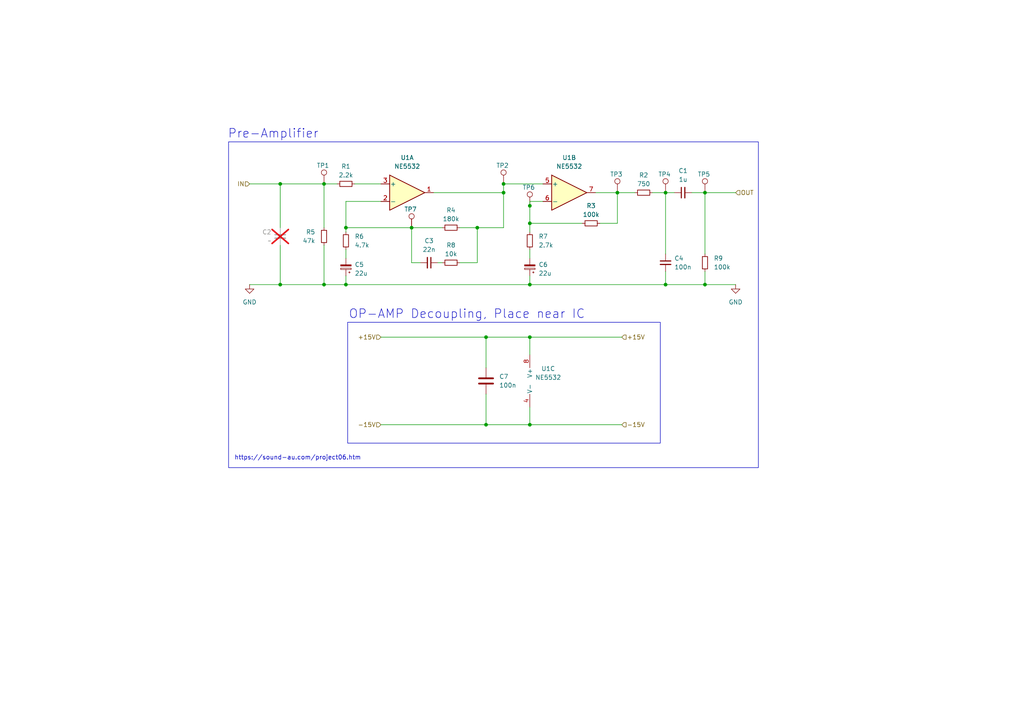
<source format=kicad_sch>
(kicad_sch
	(version 20231120)
	(generator "eeschema")
	(generator_version "8.0")
	(uuid "829f25f5-c8e9-4f4a-8496-188611802ee7")
	(paper "A4")
	(title_block
		(title "RIAA Preamp")
		(rev "v1")
		(comment 1 "Karl Strålman")
	)
	(lib_symbols
		(symbol "Amplifier_Operational:NE5532"
			(pin_names
				(offset 0.127)
			)
			(exclude_from_sim no)
			(in_bom yes)
			(on_board yes)
			(property "Reference" "U"
				(at 0 5.08 0)
				(effects
					(font
						(size 1.27 1.27)
					)
					(justify left)
				)
			)
			(property "Value" "NE5532"
				(at 0 -5.08 0)
				(effects
					(font
						(size 1.27 1.27)
					)
					(justify left)
				)
			)
			(property "Footprint" ""
				(at 0 0 0)
				(effects
					(font
						(size 1.27 1.27)
					)
					(hide yes)
				)
			)
			(property "Datasheet" "http://www.ti.com/lit/ds/symlink/ne5532.pdf"
				(at 0 0 0)
				(effects
					(font
						(size 1.27 1.27)
					)
					(hide yes)
				)
			)
			(property "Description" "Dual Low-Noise Operational Amplifiers, DIP-8/SOIC-8"
				(at 0 0 0)
				(effects
					(font
						(size 1.27 1.27)
					)
					(hide yes)
				)
			)
			(property "ki_locked" ""
				(at 0 0 0)
				(effects
					(font
						(size 1.27 1.27)
					)
				)
			)
			(property "ki_keywords" "dual opamp"
				(at 0 0 0)
				(effects
					(font
						(size 1.27 1.27)
					)
					(hide yes)
				)
			)
			(property "ki_fp_filters" "SOIC*3.9x4.9mm*P1.27mm* DIP*W7.62mm* TO*99* OnSemi*Micro8* TSSOP*3x3mm*P0.65mm* TSSOP*4.4x3mm*P0.65mm* MSOP*3x3mm*P0.65mm* SSOP*3.9x4.9mm*P0.635mm* LFCSP*2x2mm*P0.5mm* *SIP* SOIC*5.3x6.2mm*P1.27mm*"
				(at 0 0 0)
				(effects
					(font
						(size 1.27 1.27)
					)
					(hide yes)
				)
			)
			(symbol "NE5532_1_1"
				(polyline
					(pts
						(xy -5.08 5.08) (xy 5.08 0) (xy -5.08 -5.08) (xy -5.08 5.08)
					)
					(stroke
						(width 0.254)
						(type default)
					)
					(fill
						(type background)
					)
				)
				(pin output line
					(at 7.62 0 180)
					(length 2.54)
					(name "~"
						(effects
							(font
								(size 1.27 1.27)
							)
						)
					)
					(number "1"
						(effects
							(font
								(size 1.27 1.27)
							)
						)
					)
				)
				(pin input line
					(at -7.62 -2.54 0)
					(length 2.54)
					(name "-"
						(effects
							(font
								(size 1.27 1.27)
							)
						)
					)
					(number "2"
						(effects
							(font
								(size 1.27 1.27)
							)
						)
					)
				)
				(pin input line
					(at -7.62 2.54 0)
					(length 2.54)
					(name "+"
						(effects
							(font
								(size 1.27 1.27)
							)
						)
					)
					(number "3"
						(effects
							(font
								(size 1.27 1.27)
							)
						)
					)
				)
			)
			(symbol "NE5532_2_1"
				(polyline
					(pts
						(xy -5.08 5.08) (xy 5.08 0) (xy -5.08 -5.08) (xy -5.08 5.08)
					)
					(stroke
						(width 0.254)
						(type default)
					)
					(fill
						(type background)
					)
				)
				(pin input line
					(at -7.62 2.54 0)
					(length 2.54)
					(name "+"
						(effects
							(font
								(size 1.27 1.27)
							)
						)
					)
					(number "5"
						(effects
							(font
								(size 1.27 1.27)
							)
						)
					)
				)
				(pin input line
					(at -7.62 -2.54 0)
					(length 2.54)
					(name "-"
						(effects
							(font
								(size 1.27 1.27)
							)
						)
					)
					(number "6"
						(effects
							(font
								(size 1.27 1.27)
							)
						)
					)
				)
				(pin output line
					(at 7.62 0 180)
					(length 2.54)
					(name "~"
						(effects
							(font
								(size 1.27 1.27)
							)
						)
					)
					(number "7"
						(effects
							(font
								(size 1.27 1.27)
							)
						)
					)
				)
			)
			(symbol "NE5532_3_1"
				(pin power_in line
					(at -2.54 -7.62 90)
					(length 3.81)
					(name "V-"
						(effects
							(font
								(size 1.27 1.27)
							)
						)
					)
					(number "4"
						(effects
							(font
								(size 1.27 1.27)
							)
						)
					)
				)
				(pin power_in line
					(at -2.54 7.62 270)
					(length 3.81)
					(name "V+"
						(effects
							(font
								(size 1.27 1.27)
							)
						)
					)
					(number "8"
						(effects
							(font
								(size 1.27 1.27)
							)
						)
					)
				)
			)
		)
		(symbol "Connector:TestPoint"
			(pin_numbers hide)
			(pin_names
				(offset 0.762) hide)
			(exclude_from_sim no)
			(in_bom yes)
			(on_board yes)
			(property "Reference" "TP"
				(at 0 6.858 0)
				(effects
					(font
						(size 1.27 1.27)
					)
				)
			)
			(property "Value" "TestPoint"
				(at 0 5.08 0)
				(effects
					(font
						(size 1.27 1.27)
					)
				)
			)
			(property "Footprint" ""
				(at 5.08 0 0)
				(effects
					(font
						(size 1.27 1.27)
					)
					(hide yes)
				)
			)
			(property "Datasheet" "~"
				(at 5.08 0 0)
				(effects
					(font
						(size 1.27 1.27)
					)
					(hide yes)
				)
			)
			(property "Description" "test point"
				(at 0 0 0)
				(effects
					(font
						(size 1.27 1.27)
					)
					(hide yes)
				)
			)
			(property "ki_keywords" "test point tp"
				(at 0 0 0)
				(effects
					(font
						(size 1.27 1.27)
					)
					(hide yes)
				)
			)
			(property "ki_fp_filters" "Pin* Test*"
				(at 0 0 0)
				(effects
					(font
						(size 1.27 1.27)
					)
					(hide yes)
				)
			)
			(symbol "TestPoint_0_1"
				(circle
					(center 0 3.302)
					(radius 0.762)
					(stroke
						(width 0)
						(type default)
					)
					(fill
						(type none)
					)
				)
			)
			(symbol "TestPoint_1_1"
				(pin passive line
					(at 0 0 90)
					(length 2.54)
					(name "1"
						(effects
							(font
								(size 1.27 1.27)
							)
						)
					)
					(number "1"
						(effects
							(font
								(size 1.27 1.27)
							)
						)
					)
				)
			)
		)
		(symbol "Device:C"
			(pin_numbers hide)
			(pin_names
				(offset 0.254)
			)
			(exclude_from_sim no)
			(in_bom yes)
			(on_board yes)
			(property "Reference" "C"
				(at 0.635 2.54 0)
				(effects
					(font
						(size 1.27 1.27)
					)
					(justify left)
				)
			)
			(property "Value" "C"
				(at 0.635 -2.54 0)
				(effects
					(font
						(size 1.27 1.27)
					)
					(justify left)
				)
			)
			(property "Footprint" ""
				(at 0.9652 -3.81 0)
				(effects
					(font
						(size 1.27 1.27)
					)
					(hide yes)
				)
			)
			(property "Datasheet" "~"
				(at 0 0 0)
				(effects
					(font
						(size 1.27 1.27)
					)
					(hide yes)
				)
			)
			(property "Description" "Unpolarized capacitor"
				(at 0 0 0)
				(effects
					(font
						(size 1.27 1.27)
					)
					(hide yes)
				)
			)
			(property "ki_keywords" "cap capacitor"
				(at 0 0 0)
				(effects
					(font
						(size 1.27 1.27)
					)
					(hide yes)
				)
			)
			(property "ki_fp_filters" "C_*"
				(at 0 0 0)
				(effects
					(font
						(size 1.27 1.27)
					)
					(hide yes)
				)
			)
			(symbol "C_0_1"
				(polyline
					(pts
						(xy -2.032 -0.762) (xy 2.032 -0.762)
					)
					(stroke
						(width 0.508)
						(type default)
					)
					(fill
						(type none)
					)
				)
				(polyline
					(pts
						(xy -2.032 0.762) (xy 2.032 0.762)
					)
					(stroke
						(width 0.508)
						(type default)
					)
					(fill
						(type none)
					)
				)
			)
			(symbol "C_1_1"
				(pin passive line
					(at 0 3.81 270)
					(length 2.794)
					(name "~"
						(effects
							(font
								(size 1.27 1.27)
							)
						)
					)
					(number "1"
						(effects
							(font
								(size 1.27 1.27)
							)
						)
					)
				)
				(pin passive line
					(at 0 -3.81 90)
					(length 2.794)
					(name "~"
						(effects
							(font
								(size 1.27 1.27)
							)
						)
					)
					(number "2"
						(effects
							(font
								(size 1.27 1.27)
							)
						)
					)
				)
			)
		)
		(symbol "Device:C_Polarized_Small"
			(pin_numbers hide)
			(pin_names
				(offset 0.254) hide)
			(exclude_from_sim no)
			(in_bom yes)
			(on_board yes)
			(property "Reference" "C"
				(at 0.254 1.778 0)
				(effects
					(font
						(size 1.27 1.27)
					)
					(justify left)
				)
			)
			(property "Value" "C_Polarized_Small"
				(at 0.254 -2.032 0)
				(effects
					(font
						(size 1.27 1.27)
					)
					(justify left)
				)
			)
			(property "Footprint" ""
				(at 0 0 0)
				(effects
					(font
						(size 1.27 1.27)
					)
					(hide yes)
				)
			)
			(property "Datasheet" "~"
				(at 0 0 0)
				(effects
					(font
						(size 1.27 1.27)
					)
					(hide yes)
				)
			)
			(property "Description" "Polarized capacitor, small symbol"
				(at 0 0 0)
				(effects
					(font
						(size 1.27 1.27)
					)
					(hide yes)
				)
			)
			(property "ki_keywords" "cap capacitor"
				(at 0 0 0)
				(effects
					(font
						(size 1.27 1.27)
					)
					(hide yes)
				)
			)
			(property "ki_fp_filters" "CP_*"
				(at 0 0 0)
				(effects
					(font
						(size 1.27 1.27)
					)
					(hide yes)
				)
			)
			(symbol "C_Polarized_Small_0_1"
				(rectangle
					(start -1.524 -0.3048)
					(end 1.524 -0.6858)
					(stroke
						(width 0)
						(type default)
					)
					(fill
						(type outline)
					)
				)
				(rectangle
					(start -1.524 0.6858)
					(end 1.524 0.3048)
					(stroke
						(width 0)
						(type default)
					)
					(fill
						(type none)
					)
				)
				(polyline
					(pts
						(xy -1.27 1.524) (xy -0.762 1.524)
					)
					(stroke
						(width 0)
						(type default)
					)
					(fill
						(type none)
					)
				)
				(polyline
					(pts
						(xy -1.016 1.27) (xy -1.016 1.778)
					)
					(stroke
						(width 0)
						(type default)
					)
					(fill
						(type none)
					)
				)
			)
			(symbol "C_Polarized_Small_1_1"
				(pin passive line
					(at 0 2.54 270)
					(length 1.8542)
					(name "~"
						(effects
							(font
								(size 1.27 1.27)
							)
						)
					)
					(number "1"
						(effects
							(font
								(size 1.27 1.27)
							)
						)
					)
				)
				(pin passive line
					(at 0 -2.54 90)
					(length 1.8542)
					(name "~"
						(effects
							(font
								(size 1.27 1.27)
							)
						)
					)
					(number "2"
						(effects
							(font
								(size 1.27 1.27)
							)
						)
					)
				)
			)
		)
		(symbol "Device:C_Small"
			(pin_numbers hide)
			(pin_names
				(offset 0.254) hide)
			(exclude_from_sim no)
			(in_bom yes)
			(on_board yes)
			(property "Reference" "C"
				(at 0.254 1.778 0)
				(effects
					(font
						(size 1.27 1.27)
					)
					(justify left)
				)
			)
			(property "Value" "C_Small"
				(at 0.254 -2.032 0)
				(effects
					(font
						(size 1.27 1.27)
					)
					(justify left)
				)
			)
			(property "Footprint" ""
				(at 0 0 0)
				(effects
					(font
						(size 1.27 1.27)
					)
					(hide yes)
				)
			)
			(property "Datasheet" "~"
				(at 0 0 0)
				(effects
					(font
						(size 1.27 1.27)
					)
					(hide yes)
				)
			)
			(property "Description" "Unpolarized capacitor, small symbol"
				(at 0 0 0)
				(effects
					(font
						(size 1.27 1.27)
					)
					(hide yes)
				)
			)
			(property "ki_keywords" "capacitor cap"
				(at 0 0 0)
				(effects
					(font
						(size 1.27 1.27)
					)
					(hide yes)
				)
			)
			(property "ki_fp_filters" "C_*"
				(at 0 0 0)
				(effects
					(font
						(size 1.27 1.27)
					)
					(hide yes)
				)
			)
			(symbol "C_Small_0_1"
				(polyline
					(pts
						(xy -1.524 -0.508) (xy 1.524 -0.508)
					)
					(stroke
						(width 0.3302)
						(type default)
					)
					(fill
						(type none)
					)
				)
				(polyline
					(pts
						(xy -1.524 0.508) (xy 1.524 0.508)
					)
					(stroke
						(width 0.3048)
						(type default)
					)
					(fill
						(type none)
					)
				)
			)
			(symbol "C_Small_1_1"
				(pin passive line
					(at 0 2.54 270)
					(length 2.032)
					(name "~"
						(effects
							(font
								(size 1.27 1.27)
							)
						)
					)
					(number "1"
						(effects
							(font
								(size 1.27 1.27)
							)
						)
					)
				)
				(pin passive line
					(at 0 -2.54 90)
					(length 2.032)
					(name "~"
						(effects
							(font
								(size 1.27 1.27)
							)
						)
					)
					(number "2"
						(effects
							(font
								(size 1.27 1.27)
							)
						)
					)
				)
			)
		)
		(symbol "Device:R_Small"
			(pin_numbers hide)
			(pin_names
				(offset 0.254) hide)
			(exclude_from_sim no)
			(in_bom yes)
			(on_board yes)
			(property "Reference" "R"
				(at 0.762 0.508 0)
				(effects
					(font
						(size 1.27 1.27)
					)
					(justify left)
				)
			)
			(property "Value" "R_Small"
				(at 0.762 -1.016 0)
				(effects
					(font
						(size 1.27 1.27)
					)
					(justify left)
				)
			)
			(property "Footprint" ""
				(at 0 0 0)
				(effects
					(font
						(size 1.27 1.27)
					)
					(hide yes)
				)
			)
			(property "Datasheet" "~"
				(at 0 0 0)
				(effects
					(font
						(size 1.27 1.27)
					)
					(hide yes)
				)
			)
			(property "Description" "Resistor, small symbol"
				(at 0 0 0)
				(effects
					(font
						(size 1.27 1.27)
					)
					(hide yes)
				)
			)
			(property "ki_keywords" "R resistor"
				(at 0 0 0)
				(effects
					(font
						(size 1.27 1.27)
					)
					(hide yes)
				)
			)
			(property "ki_fp_filters" "R_*"
				(at 0 0 0)
				(effects
					(font
						(size 1.27 1.27)
					)
					(hide yes)
				)
			)
			(symbol "R_Small_0_1"
				(rectangle
					(start -0.762 1.778)
					(end 0.762 -1.778)
					(stroke
						(width 0.2032)
						(type default)
					)
					(fill
						(type none)
					)
				)
			)
			(symbol "R_Small_1_1"
				(pin passive line
					(at 0 2.54 270)
					(length 0.762)
					(name "~"
						(effects
							(font
								(size 1.27 1.27)
							)
						)
					)
					(number "1"
						(effects
							(font
								(size 1.27 1.27)
							)
						)
					)
				)
				(pin passive line
					(at 0 -2.54 90)
					(length 0.762)
					(name "~"
						(effects
							(font
								(size 1.27 1.27)
							)
						)
					)
					(number "2"
						(effects
							(font
								(size 1.27 1.27)
							)
						)
					)
				)
			)
		)
		(symbol "power:GND"
			(power)
			(pin_numbers hide)
			(pin_names
				(offset 0) hide)
			(exclude_from_sim no)
			(in_bom yes)
			(on_board yes)
			(property "Reference" "#PWR"
				(at 0 -6.35 0)
				(effects
					(font
						(size 1.27 1.27)
					)
					(hide yes)
				)
			)
			(property "Value" "GND"
				(at 0 -3.81 0)
				(effects
					(font
						(size 1.27 1.27)
					)
				)
			)
			(property "Footprint" ""
				(at 0 0 0)
				(effects
					(font
						(size 1.27 1.27)
					)
					(hide yes)
				)
			)
			(property "Datasheet" ""
				(at 0 0 0)
				(effects
					(font
						(size 1.27 1.27)
					)
					(hide yes)
				)
			)
			(property "Description" "Power symbol creates a global label with name \"GND\" , ground"
				(at 0 0 0)
				(effects
					(font
						(size 1.27 1.27)
					)
					(hide yes)
				)
			)
			(property "ki_keywords" "global power"
				(at 0 0 0)
				(effects
					(font
						(size 1.27 1.27)
					)
					(hide yes)
				)
			)
			(symbol "GND_0_1"
				(polyline
					(pts
						(xy 0 0) (xy 0 -1.27) (xy 1.27 -1.27) (xy 0 -2.54) (xy -1.27 -1.27) (xy 0 -1.27)
					)
					(stroke
						(width 0)
						(type default)
					)
					(fill
						(type none)
					)
				)
			)
			(symbol "GND_1_1"
				(pin power_in line
					(at 0 0 270)
					(length 0)
					(name "~"
						(effects
							(font
								(size 1.27 1.27)
							)
						)
					)
					(number "1"
						(effects
							(font
								(size 1.27 1.27)
							)
						)
					)
				)
			)
		)
	)
	(junction
		(at 193.04 82.55)
		(diameter 0)
		(color 0 0 0 0)
		(uuid "00371522-fbd1-4191-b2cc-c59c0e03b412")
	)
	(junction
		(at 146.05 53.34)
		(diameter 0)
		(color 0 0 0 0)
		(uuid "06eafbef-c786-4a8a-85bf-f6c4e6a07ec4")
	)
	(junction
		(at 179.07 55.88)
		(diameter 0)
		(color 0 0 0 0)
		(uuid "0c163158-c495-4999-b838-13637e5c9673")
	)
	(junction
		(at 119.38 66.04)
		(diameter 0)
		(color 0 0 0 0)
		(uuid "1d5e58d4-7fc4-494b-a729-8e19e3d88bf2")
	)
	(junction
		(at 193.04 55.88)
		(diameter 0)
		(color 0 0 0 0)
		(uuid "20a22b88-41b4-4d99-a09a-49ec6076243d")
	)
	(junction
		(at 93.98 82.55)
		(diameter 0)
		(color 0 0 0 0)
		(uuid "225bafb4-816e-4308-8403-c10ffff4a4ec")
	)
	(junction
		(at 138.43 66.04)
		(diameter 0)
		(color 0 0 0 0)
		(uuid "2bc51cc2-e2fd-4aed-8c8a-88b74aac7f89")
	)
	(junction
		(at 153.67 59.69)
		(diameter 0)
		(color 0 0 0 0)
		(uuid "4427a4cf-3193-44db-81e0-6baafa8830a4")
	)
	(junction
		(at 204.47 82.55)
		(diameter 0)
		(color 0 0 0 0)
		(uuid "48b634cc-74bb-40c0-9064-7a786e47c87b")
	)
	(junction
		(at 153.67 123.19)
		(diameter 0)
		(color 0 0 0 0)
		(uuid "590a44eb-a972-4c12-9c61-18042dc077bb")
	)
	(junction
		(at 100.33 82.55)
		(diameter 0)
		(color 0 0 0 0)
		(uuid "6311f830-d730-41fb-a834-3873af7ea5ce")
	)
	(junction
		(at 146.05 55.88)
		(diameter 0)
		(color 0 0 0 0)
		(uuid "74c77866-63dd-4450-83c3-d0b230dbcbfc")
	)
	(junction
		(at 100.33 66.04)
		(diameter 0)
		(color 0 0 0 0)
		(uuid "78d2abe3-258e-442a-be83-b0babe8d26e2")
	)
	(junction
		(at 81.28 53.34)
		(diameter 0)
		(color 0 0 0 0)
		(uuid "83b172fa-bd48-4895-95d0-49c61b14e28c")
	)
	(junction
		(at 153.67 64.77)
		(diameter 0)
		(color 0 0 0 0)
		(uuid "942a01a1-9786-4b0d-a11e-2afad45f35de")
	)
	(junction
		(at 153.67 97.79)
		(diameter 0)
		(color 0 0 0 0)
		(uuid "ae5a06a1-4d43-46b9-b1d4-b3683e1075d5")
	)
	(junction
		(at 93.98 53.34)
		(diameter 0)
		(color 0 0 0 0)
		(uuid "af9fb273-2db9-4dd8-898a-e6c08023b7e5")
	)
	(junction
		(at 204.47 55.88)
		(diameter 0)
		(color 0 0 0 0)
		(uuid "c1d62724-cac1-4a2a-9b4c-5d69d5340fe7")
	)
	(junction
		(at 153.67 82.55)
		(diameter 0)
		(color 0 0 0 0)
		(uuid "cfd33ea4-4dfe-44d2-9671-217811eba8d1")
	)
	(junction
		(at 140.97 97.79)
		(diameter 0)
		(color 0 0 0 0)
		(uuid "cff1bc90-3445-4904-a082-3e3a51309d1d")
	)
	(junction
		(at 140.97 123.19)
		(diameter 0)
		(color 0 0 0 0)
		(uuid "df6b2992-b90b-4ecc-b382-293afbee8405")
	)
	(junction
		(at 81.28 82.55)
		(diameter 0)
		(color 0 0 0 0)
		(uuid "f58a2eda-a7f5-4509-a1ab-edc5d455634f")
	)
	(wire
		(pts
			(xy 189.23 55.88) (xy 193.04 55.88)
		)
		(stroke
			(width 0)
			(type default)
		)
		(uuid "04e66e9f-ae00-4ccf-839f-552d53ee1e58")
	)
	(wire
		(pts
			(xy 133.35 66.04) (xy 138.43 66.04)
		)
		(stroke
			(width 0)
			(type default)
		)
		(uuid "06b9f773-f4dd-4b3b-b53b-70d7284094ed")
	)
	(wire
		(pts
			(xy 204.47 55.88) (xy 213.36 55.88)
		)
		(stroke
			(width 0)
			(type default)
		)
		(uuid "07403078-d0ca-479f-b2e2-2f88e7d79fdd")
	)
	(wire
		(pts
			(xy 102.87 53.34) (xy 110.49 53.34)
		)
		(stroke
			(width 0)
			(type default)
		)
		(uuid "0d1bed94-a45c-49b3-8319-26ef7c91ac78")
	)
	(wire
		(pts
			(xy 140.97 106.68) (xy 140.97 97.79)
		)
		(stroke
			(width 0)
			(type default)
		)
		(uuid "0ec89398-d128-4ebc-bef1-7d88c243747b")
	)
	(wire
		(pts
			(xy 153.67 82.55) (xy 193.04 82.55)
		)
		(stroke
			(width 0)
			(type default)
		)
		(uuid "141ca5f6-bc52-4bb4-8b56-1a9c469fcd50")
	)
	(wire
		(pts
			(xy 157.48 53.34) (xy 146.05 53.34)
		)
		(stroke
			(width 0)
			(type default)
		)
		(uuid "17c297cd-5cd1-4c5c-85aa-588f134a9388")
	)
	(wire
		(pts
			(xy 153.67 123.19) (xy 180.34 123.19)
		)
		(stroke
			(width 0)
			(type default)
		)
		(uuid "30be9285-4324-48db-a504-0da98d5f9860")
	)
	(wire
		(pts
			(xy 81.28 71.12) (xy 81.28 82.55)
		)
		(stroke
			(width 0)
			(type default)
		)
		(uuid "35135173-caf9-4097-98d9-ac378ca57a42")
	)
	(wire
		(pts
			(xy 133.35 76.2) (xy 138.43 76.2)
		)
		(stroke
			(width 0)
			(type default)
		)
		(uuid "3e36efb2-9ea3-48a4-8869-e5346dc74138")
	)
	(wire
		(pts
			(xy 153.67 64.77) (xy 153.67 67.31)
		)
		(stroke
			(width 0)
			(type default)
		)
		(uuid "3efb9ccc-805d-425b-b75e-5ee52b27b594")
	)
	(wire
		(pts
			(xy 153.67 80.01) (xy 153.67 82.55)
		)
		(stroke
			(width 0)
			(type default)
		)
		(uuid "3faee88a-12cc-4302-9100-f65239de8c29")
	)
	(wire
		(pts
			(xy 140.97 123.19) (xy 140.97 114.3)
		)
		(stroke
			(width 0)
			(type default)
		)
		(uuid "41192584-3af2-4283-8c5c-2323f9c63d60")
	)
	(wire
		(pts
			(xy 100.33 66.04) (xy 100.33 67.31)
		)
		(stroke
			(width 0)
			(type default)
		)
		(uuid "431c830c-1ef2-4884-91c2-d4cb133c6ba8")
	)
	(wire
		(pts
			(xy 97.79 53.34) (xy 93.98 53.34)
		)
		(stroke
			(width 0)
			(type default)
		)
		(uuid "461d74c8-a89c-487e-9ae7-5cea64844854")
	)
	(wire
		(pts
			(xy 100.33 72.39) (xy 100.33 74.93)
		)
		(stroke
			(width 0)
			(type default)
		)
		(uuid "47d2a8aa-0515-40a0-bfe8-1ba350f885b3")
	)
	(wire
		(pts
			(xy 193.04 82.55) (xy 204.47 82.55)
		)
		(stroke
			(width 0)
			(type default)
		)
		(uuid "492a5dc2-0dd9-473d-85a4-6b5c70e39bc6")
	)
	(wire
		(pts
			(xy 200.66 55.88) (xy 204.47 55.88)
		)
		(stroke
			(width 0)
			(type default)
		)
		(uuid "5421c0d4-fa18-4818-bd4c-bf9f95d8e147")
	)
	(wire
		(pts
			(xy 93.98 71.12) (xy 93.98 82.55)
		)
		(stroke
			(width 0)
			(type default)
		)
		(uuid "588547b8-a599-4dcc-83a2-a54166e9cb76")
	)
	(wire
		(pts
			(xy 72.39 82.55) (xy 81.28 82.55)
		)
		(stroke
			(width 0)
			(type default)
		)
		(uuid "5d9f3824-4431-43ee-9a3c-2d22c6d6f7bb")
	)
	(wire
		(pts
			(xy 153.67 97.79) (xy 153.67 102.87)
		)
		(stroke
			(width 0)
			(type default)
		)
		(uuid "5da53716-1621-4f86-b20f-9a5a53f59101")
	)
	(wire
		(pts
			(xy 110.49 58.42) (xy 100.33 58.42)
		)
		(stroke
			(width 0)
			(type default)
		)
		(uuid "5dbaaf60-c8c1-4d78-b36c-9dd7825d4f5c")
	)
	(wire
		(pts
			(xy 127 76.2) (xy 128.27 76.2)
		)
		(stroke
			(width 0)
			(type default)
		)
		(uuid "5e3f3d91-fa90-4a1f-82da-2429725399e2")
	)
	(wire
		(pts
			(xy 204.47 82.55) (xy 213.36 82.55)
		)
		(stroke
			(width 0)
			(type default)
		)
		(uuid "5f357f2d-7dc7-4ab5-aac9-4a732caca754")
	)
	(wire
		(pts
			(xy 100.33 82.55) (xy 153.67 82.55)
		)
		(stroke
			(width 0)
			(type default)
		)
		(uuid "61f0fc9f-09b5-472b-888c-d9b2995008e8")
	)
	(wire
		(pts
			(xy 172.72 55.88) (xy 179.07 55.88)
		)
		(stroke
			(width 0)
			(type default)
		)
		(uuid "62c4d71f-14ed-4376-b674-7eb0a515661d")
	)
	(wire
		(pts
			(xy 138.43 66.04) (xy 138.43 76.2)
		)
		(stroke
			(width 0)
			(type default)
		)
		(uuid "6633d244-ffad-4a1e-9bc0-0ecc809a2e5b")
	)
	(wire
		(pts
			(xy 157.48 58.42) (xy 153.67 58.42)
		)
		(stroke
			(width 0)
			(type default)
		)
		(uuid "67c1fdea-d208-42a5-9626-3e5210ba724f")
	)
	(wire
		(pts
			(xy 81.28 53.34) (xy 93.98 53.34)
		)
		(stroke
			(width 0)
			(type default)
		)
		(uuid "70bb1529-5467-4bf8-a793-8c57ba9b4b0a")
	)
	(wire
		(pts
			(xy 153.67 123.19) (xy 140.97 123.19)
		)
		(stroke
			(width 0)
			(type default)
		)
		(uuid "7bcced6b-a1b7-4bdf-9c5a-21b8b6b724e1")
	)
	(wire
		(pts
			(xy 110.49 97.79) (xy 140.97 97.79)
		)
		(stroke
			(width 0)
			(type default)
		)
		(uuid "813554b9-5559-42a5-b5cf-30d983b2d621")
	)
	(wire
		(pts
			(xy 195.58 55.88) (xy 193.04 55.88)
		)
		(stroke
			(width 0)
			(type default)
		)
		(uuid "83955dd8-72c4-4320-a56c-ce13726dbd54")
	)
	(wire
		(pts
			(xy 119.38 66.04) (xy 119.38 76.2)
		)
		(stroke
			(width 0)
			(type default)
		)
		(uuid "8b778b28-25d8-4027-a6c8-a5dd2cfe24ff")
	)
	(wire
		(pts
			(xy 204.47 73.66) (xy 204.47 55.88)
		)
		(stroke
			(width 0)
			(type default)
		)
		(uuid "90063d0e-15bb-4fe8-a15e-84cc0d2f75ef")
	)
	(wire
		(pts
			(xy 153.67 97.79) (xy 180.34 97.79)
		)
		(stroke
			(width 0)
			(type default)
		)
		(uuid "910ef00e-0532-4d13-bfe1-7a5e000f2434")
	)
	(wire
		(pts
			(xy 153.67 118.11) (xy 153.67 123.19)
		)
		(stroke
			(width 0)
			(type default)
		)
		(uuid "93a39f7c-3315-4afd-97ee-65f4120f96e4")
	)
	(wire
		(pts
			(xy 173.99 64.77) (xy 179.07 64.77)
		)
		(stroke
			(width 0)
			(type default)
		)
		(uuid "98fe2646-bbba-4952-a93e-50c9f3a02f79")
	)
	(wire
		(pts
			(xy 100.33 80.01) (xy 100.33 82.55)
		)
		(stroke
			(width 0)
			(type default)
		)
		(uuid "9f28ff13-ba05-4bf7-8ca9-97dc3171e73e")
	)
	(wire
		(pts
			(xy 119.38 76.2) (xy 121.92 76.2)
		)
		(stroke
			(width 0)
			(type default)
		)
		(uuid "aabf8106-2405-4eee-892d-9e893e61c669")
	)
	(wire
		(pts
			(xy 138.43 66.04) (xy 146.05 66.04)
		)
		(stroke
			(width 0)
			(type default)
		)
		(uuid "b078d25e-1b20-4c33-871c-bb78f9e2a22c")
	)
	(wire
		(pts
			(xy 100.33 66.04) (xy 119.38 66.04)
		)
		(stroke
			(width 0)
			(type default)
		)
		(uuid "b14a3a06-b2c4-4237-9ddc-3f85669d14bc")
	)
	(wire
		(pts
			(xy 81.28 82.55) (xy 93.98 82.55)
		)
		(stroke
			(width 0)
			(type default)
		)
		(uuid "b486ed50-59dd-45c1-8800-82dcdbd079a7")
	)
	(wire
		(pts
			(xy 204.47 78.74) (xy 204.47 82.55)
		)
		(stroke
			(width 0)
			(type default)
		)
		(uuid "bcfc3bd4-7fa1-416e-916f-22aadfdfa565")
	)
	(wire
		(pts
			(xy 125.73 55.88) (xy 146.05 55.88)
		)
		(stroke
			(width 0)
			(type default)
		)
		(uuid "bd8a6334-184b-495d-a3c2-e4f3adc99b0a")
	)
	(wire
		(pts
			(xy 72.39 53.34) (xy 81.28 53.34)
		)
		(stroke
			(width 0)
			(type default)
		)
		(uuid "c057e161-28a0-4c6c-8da4-01f6934871b0")
	)
	(wire
		(pts
			(xy 110.49 123.19) (xy 140.97 123.19)
		)
		(stroke
			(width 0)
			(type default)
		)
		(uuid "c79f51d4-c4ae-48d2-9c6c-45c5d23a455e")
	)
	(wire
		(pts
			(xy 179.07 55.88) (xy 179.07 64.77)
		)
		(stroke
			(width 0)
			(type default)
		)
		(uuid "c7bb0fa9-4a72-4309-8f48-d5010db02a66")
	)
	(wire
		(pts
			(xy 119.38 66.04) (xy 128.27 66.04)
		)
		(stroke
			(width 0)
			(type default)
		)
		(uuid "c80b0d6a-cf2a-451d-baea-6d2a16bc59fa")
	)
	(wire
		(pts
			(xy 93.98 53.34) (xy 93.98 66.04)
		)
		(stroke
			(width 0)
			(type default)
		)
		(uuid "c9533d48-e3f0-473f-b14e-2d1aea4074f3")
	)
	(wire
		(pts
			(xy 179.07 55.88) (xy 184.15 55.88)
		)
		(stroke
			(width 0)
			(type default)
		)
		(uuid "ceceb223-26a1-4fa3-adcd-962fde189a57")
	)
	(wire
		(pts
			(xy 153.67 58.42) (xy 153.67 59.69)
		)
		(stroke
			(width 0)
			(type default)
		)
		(uuid "d07d8da7-d8df-4aae-a909-7d90e630608d")
	)
	(wire
		(pts
			(xy 153.67 59.69) (xy 153.67 64.77)
		)
		(stroke
			(width 0)
			(type default)
		)
		(uuid "d88712d5-7d18-46d3-9e7c-e8dd22394f80")
	)
	(wire
		(pts
			(xy 93.98 82.55) (xy 100.33 82.55)
		)
		(stroke
			(width 0)
			(type default)
		)
		(uuid "dc495879-94d2-4e66-9815-a0d290f53f0b")
	)
	(wire
		(pts
			(xy 193.04 78.74) (xy 193.04 82.55)
		)
		(stroke
			(width 0)
			(type default)
		)
		(uuid "e03f17ae-1bb8-4fe8-b2c5-7a37f0205d77")
	)
	(wire
		(pts
			(xy 193.04 55.88) (xy 193.04 73.66)
		)
		(stroke
			(width 0)
			(type default)
		)
		(uuid "e0c07a00-ac63-40c2-ad98-5fcc70f0c55a")
	)
	(wire
		(pts
			(xy 146.05 53.34) (xy 146.05 55.88)
		)
		(stroke
			(width 0)
			(type default)
		)
		(uuid "e10aff61-ad3e-40d9-b575-d0dc52b73abf")
	)
	(wire
		(pts
			(xy 153.67 72.39) (xy 153.67 74.93)
		)
		(stroke
			(width 0)
			(type default)
		)
		(uuid "e20c0d83-8b47-494a-9a4d-d8c1909ea67c")
	)
	(wire
		(pts
			(xy 146.05 55.88) (xy 146.05 66.04)
		)
		(stroke
			(width 0)
			(type default)
		)
		(uuid "e27cc020-612c-47c9-bc11-b01173236c14")
	)
	(wire
		(pts
			(xy 140.97 97.79) (xy 153.67 97.79)
		)
		(stroke
			(width 0)
			(type default)
		)
		(uuid "e2aeb881-d6ee-48c1-b0d1-7ebfcdd4f725")
	)
	(wire
		(pts
			(xy 153.67 64.77) (xy 168.91 64.77)
		)
		(stroke
			(width 0)
			(type default)
		)
		(uuid "e91d11c0-db92-46cc-852d-c89f292e43f7")
	)
	(wire
		(pts
			(xy 81.28 53.34) (xy 81.28 66.04)
		)
		(stroke
			(width 0)
			(type default)
		)
		(uuid "e9ea0a73-72ce-4df3-99ed-0a128ce240de")
	)
	(wire
		(pts
			(xy 100.33 58.42) (xy 100.33 66.04)
		)
		(stroke
			(width 0)
			(type default)
		)
		(uuid "f8b7e790-4b79-4782-a8b3-dea8833130d3")
	)
	(rectangle
		(start 100.838 93.472)
		(end 191.516 128.524)
		(stroke
			(width 0)
			(type default)
		)
		(fill
			(type none)
		)
		(uuid 8cc7cb3d-ac22-4e8b-bbbc-70c8e58e2f8f)
	)
	(rectangle
		(start 66.294 41.148)
		(end 219.964 135.636)
		(stroke
			(width 0)
			(type default)
		)
		(fill
			(type none)
		)
		(uuid aefe781e-084f-4d1e-9bd2-6a51b92a4a02)
	)
	(text "Pre-Amplifier"
		(exclude_from_sim no)
		(at 66.04 38.862 0)
		(effects
			(font
				(size 2.54 2.54)
			)
			(justify left)
		)
		(uuid "181cb562-2cf5-4d28-ada9-659930c2141c")
	)
	(text "https://sound-au.com/project06.htm"
		(exclude_from_sim no)
		(at 86.36 132.842 0)
		(effects
			(font
				(size 1.27 1.27)
			)
		)
		(uuid "2bc8e423-7ff2-4d8a-82cf-243700f1ec3f")
	)
	(text "OP-AMP Decoupling, Place near IC"
		(exclude_from_sim no)
		(at 101.092 91.186 0)
		(effects
			(font
				(size 2.54 2.54)
			)
			(justify left)
		)
		(uuid "8cfaef54-5622-49a4-90d4-dcf2ddb4cbb0")
	)
	(hierarchical_label "+15V"
		(shape input)
		(at 110.49 97.79 180)
		(fields_autoplaced yes)
		(effects
			(font
				(size 1.27 1.27)
			)
			(justify right)
		)
		(uuid "302468f4-ec76-4bb6-b498-8db0b2926e39")
	)
	(hierarchical_label "-15V"
		(shape input)
		(at 110.49 123.19 180)
		(fields_autoplaced yes)
		(effects
			(font
				(size 1.27 1.27)
			)
			(justify right)
		)
		(uuid "7826da03-2739-4394-a4be-2237ef9158a4")
	)
	(hierarchical_label "-15V"
		(shape input)
		(at 180.34 123.19 0)
		(fields_autoplaced yes)
		(effects
			(font
				(size 1.27 1.27)
			)
			(justify left)
		)
		(uuid "a24762fd-ec1c-46c8-bd79-5e5e3dda12df")
	)
	(hierarchical_label "+15V"
		(shape input)
		(at 180.34 97.79 0)
		(fields_autoplaced yes)
		(effects
			(font
				(size 1.27 1.27)
			)
			(justify left)
		)
		(uuid "ac16000b-780b-4b4e-b476-6cc55b4bf63c")
	)
	(hierarchical_label "IN"
		(shape input)
		(at 72.39 53.34 180)
		(fields_autoplaced yes)
		(effects
			(font
				(size 1.27 1.27)
			)
			(justify right)
		)
		(uuid "c7d32357-d0b5-4ef4-b81b-281e38fc0833")
	)
	(hierarchical_label "OUT"
		(shape input)
		(at 213.36 55.88 0)
		(fields_autoplaced yes)
		(effects
			(font
				(size 1.27 1.27)
			)
			(justify left)
		)
		(uuid "f13b518e-e825-4d72-a24d-8ff9fc3fbdcf")
	)
	(symbol
		(lib_id "Device:R_Small")
		(at 153.67 69.85 180)
		(unit 1)
		(exclude_from_sim no)
		(in_bom yes)
		(on_board yes)
		(dnp no)
		(uuid "0fb880c3-aa71-4088-9719-86cd334b95bc")
		(property "Reference" "R7"
			(at 156.21 68.5799 0)
			(effects
				(font
					(size 1.27 1.27)
				)
				(justify right)
			)
		)
		(property "Value" "2.7k"
			(at 156.21 71.1199 0)
			(effects
				(font
					(size 1.27 1.27)
				)
				(justify right)
			)
		)
		(property "Footprint" "Resistor_SMD:R_0603_1608Metric_Pad0.98x0.95mm_HandSolder"
			(at 153.67 69.85 0)
			(effects
				(font
					(size 1.27 1.27)
				)
				(hide yes)
			)
		)
		(property "Datasheet" "~"
			(at 153.67 69.85 0)
			(effects
				(font
					(size 1.27 1.27)
				)
				(hide yes)
			)
		)
		(property "Description" "Resistor, small symbol"
			(at 153.67 69.85 0)
			(effects
				(font
					(size 1.27 1.27)
				)
				(hide yes)
			)
		)
		(pin "2"
			(uuid "3271e55e-2ca3-4019-8c4d-2de0add74e5e")
		)
		(pin "1"
			(uuid "3025566b-9f06-4d1a-b459-c1c57e8778c4")
		)
		(instances
			(project "riaa_preamp"
				(path "/752fb79e-9761-444d-aeb7-c2757f987636/1c090f92-e888-4b23-b443-29b5cb4bc8b9"
					(reference "R7")
					(unit 1)
				)
				(path "/752fb79e-9761-444d-aeb7-c2757f987636/9dd0b524-ce54-4d69-b30b-dfce42b2dd6b"
					(reference "R16")
					(unit 1)
				)
			)
		)
	)
	(symbol
		(lib_id "Device:R_Small")
		(at 100.33 53.34 90)
		(unit 1)
		(exclude_from_sim no)
		(in_bom yes)
		(on_board yes)
		(dnp no)
		(fields_autoplaced yes)
		(uuid "207dc744-080f-4cac-b568-cf7cb46a42e2")
		(property "Reference" "R1"
			(at 100.33 48.26 90)
			(effects
				(font
					(size 1.27 1.27)
				)
			)
		)
		(property "Value" "2.2k"
			(at 100.33 50.8 90)
			(effects
				(font
					(size 1.27 1.27)
				)
			)
		)
		(property "Footprint" "Resistor_SMD:R_0603_1608Metric_Pad0.98x0.95mm_HandSolder"
			(at 100.33 53.34 0)
			(effects
				(font
					(size 1.27 1.27)
				)
				(hide yes)
			)
		)
		(property "Datasheet" "~"
			(at 100.33 53.34 0)
			(effects
				(font
					(size 1.27 1.27)
				)
				(hide yes)
			)
		)
		(property "Description" "Resistor, small symbol"
			(at 100.33 53.34 0)
			(effects
				(font
					(size 1.27 1.27)
				)
				(hide yes)
			)
		)
		(pin "2"
			(uuid "c26e8eae-d205-4b1b-833d-606334372c8a")
		)
		(pin "1"
			(uuid "8772524d-6fc7-428b-90e4-0bf7e57a22d1")
		)
		(instances
			(project "riaa_preamp"
				(path "/752fb79e-9761-444d-aeb7-c2757f987636/1c090f92-e888-4b23-b443-29b5cb4bc8b9"
					(reference "R1")
					(unit 1)
				)
				(path "/752fb79e-9761-444d-aeb7-c2757f987636/9dd0b524-ce54-4d69-b30b-dfce42b2dd6b"
					(reference "R10")
					(unit 1)
				)
			)
		)
	)
	(symbol
		(lib_id "Device:R_Small")
		(at 130.81 76.2 90)
		(unit 1)
		(exclude_from_sim no)
		(in_bom yes)
		(on_board yes)
		(dnp no)
		(uuid "20acdf27-014f-43da-ab08-4bf3c5390c09")
		(property "Reference" "R8"
			(at 130.81 71.12 90)
			(effects
				(font
					(size 1.27 1.27)
				)
			)
		)
		(property "Value" "10k"
			(at 130.81 73.66 90)
			(effects
				(font
					(size 1.27 1.27)
				)
			)
		)
		(property "Footprint" "Resistor_SMD:R_0603_1608Metric_Pad0.98x0.95mm_HandSolder"
			(at 130.81 76.2 0)
			(effects
				(font
					(size 1.27 1.27)
				)
				(hide yes)
			)
		)
		(property "Datasheet" "~"
			(at 130.81 76.2 0)
			(effects
				(font
					(size 1.27 1.27)
				)
				(hide yes)
			)
		)
		(property "Description" "Resistor, small symbol"
			(at 130.81 76.2 0)
			(effects
				(font
					(size 1.27 1.27)
				)
				(hide yes)
			)
		)
		(pin "2"
			(uuid "0daf19b4-d76f-4254-816c-bd8ca0cb5597")
		)
		(pin "1"
			(uuid "defd2861-8856-4f13-87b6-84db85dd3c2c")
		)
		(instances
			(project "riaa_preamp"
				(path "/752fb79e-9761-444d-aeb7-c2757f987636/1c090f92-e888-4b23-b443-29b5cb4bc8b9"
					(reference "R8")
					(unit 1)
				)
				(path "/752fb79e-9761-444d-aeb7-c2757f987636/9dd0b524-ce54-4d69-b30b-dfce42b2dd6b"
					(reference "R17")
					(unit 1)
				)
			)
		)
	)
	(symbol
		(lib_id "Device:C_Small")
		(at 81.28 68.58 0)
		(unit 1)
		(exclude_from_sim no)
		(in_bom yes)
		(on_board yes)
		(dnp yes)
		(uuid "25f1de97-3324-4165-b0ef-cc6aa2427351")
		(property "Reference" "C2"
			(at 78.74 67.3162 0)
			(effects
				(font
					(size 1.27 1.27)
				)
				(justify right)
			)
		)
		(property "Value" "~"
			(at 78.74 69.8562 0)
			(effects
				(font
					(size 1.27 1.27)
				)
				(justify right)
			)
		)
		(property "Footprint" "Capacitor_SMD:C_0603_1608Metric_Pad1.08x0.95mm_HandSolder"
			(at 81.28 68.58 0)
			(effects
				(font
					(size 1.27 1.27)
				)
				(hide yes)
			)
		)
		(property "Datasheet" "~"
			(at 81.28 68.58 0)
			(effects
				(font
					(size 1.27 1.27)
				)
				(hide yes)
			)
		)
		(property "Description" "Unpolarized capacitor, small symbol"
			(at 81.28 68.58 0)
			(effects
				(font
					(size 1.27 1.27)
				)
				(hide yes)
			)
		)
		(pin "2"
			(uuid "32831abc-07ae-4cfd-bafb-e3707837a47c")
		)
		(pin "1"
			(uuid "a6cd3392-3ba4-452a-ab5b-19a3f6d8ff27")
		)
		(instances
			(project "riaa_preamp"
				(path "/752fb79e-9761-444d-aeb7-c2757f987636/1c090f92-e888-4b23-b443-29b5cb4bc8b9"
					(reference "C2")
					(unit 1)
				)
				(path "/752fb79e-9761-444d-aeb7-c2757f987636/9dd0b524-ce54-4d69-b30b-dfce42b2dd6b"
					(reference "C9")
					(unit 1)
				)
			)
		)
	)
	(symbol
		(lib_id "Connector:TestPoint")
		(at 179.07 55.88 0)
		(mirror y)
		(unit 1)
		(exclude_from_sim no)
		(in_bom yes)
		(on_board yes)
		(dnp no)
		(uuid "27320ef3-64b5-408a-b5e2-22cc02252d75")
		(property "Reference" "TP3"
			(at 180.594 50.546 0)
			(effects
				(font
					(size 1.27 1.27)
				)
				(justify left)
			)
		)
		(property "Value" "TestPoint"
			(at 176.53 53.8479 0)
			(effects
				(font
					(size 1.27 1.27)
				)
				(justify left)
				(hide yes)
			)
		)
		(property "Footprint" "TestPoint:TestPoint_THTPad_1.0x1.0mm_Drill0.5mm"
			(at 173.99 55.88 0)
			(effects
				(font
					(size 1.27 1.27)
				)
				(hide yes)
			)
		)
		(property "Datasheet" "~"
			(at 173.99 55.88 0)
			(effects
				(font
					(size 1.27 1.27)
				)
				(hide yes)
			)
		)
		(property "Description" "test point"
			(at 179.07 55.88 0)
			(effects
				(font
					(size 1.27 1.27)
				)
				(hide yes)
			)
		)
		(pin "1"
			(uuid "7414e4f6-1f52-4f30-a295-1d06979744ab")
		)
		(instances
			(project "riaa_preamp"
				(path "/752fb79e-9761-444d-aeb7-c2757f987636/1c090f92-e888-4b23-b443-29b5cb4bc8b9"
					(reference "TP3")
					(unit 1)
				)
				(path "/752fb79e-9761-444d-aeb7-c2757f987636/9dd0b524-ce54-4d69-b30b-dfce42b2dd6b"
					(reference "TP10")
					(unit 1)
				)
			)
		)
	)
	(symbol
		(lib_id "Connector:TestPoint")
		(at 193.04 55.88 0)
		(mirror y)
		(unit 1)
		(exclude_from_sim no)
		(in_bom yes)
		(on_board yes)
		(dnp no)
		(uuid "2ef802bd-7909-4e5d-9c42-9c507a14a108")
		(property "Reference" "TP4"
			(at 194.564 50.546 0)
			(effects
				(font
					(size 1.27 1.27)
				)
				(justify left)
			)
		)
		(property "Value" "TestPoint"
			(at 190.5 53.8479 0)
			(effects
				(font
					(size 1.27 1.27)
				)
				(justify left)
				(hide yes)
			)
		)
		(property "Footprint" "TestPoint:TestPoint_THTPad_1.0x1.0mm_Drill0.5mm"
			(at 187.96 55.88 0)
			(effects
				(font
					(size 1.27 1.27)
				)
				(hide yes)
			)
		)
		(property "Datasheet" "~"
			(at 187.96 55.88 0)
			(effects
				(font
					(size 1.27 1.27)
				)
				(hide yes)
			)
		)
		(property "Description" "test point"
			(at 193.04 55.88 0)
			(effects
				(font
					(size 1.27 1.27)
				)
				(hide yes)
			)
		)
		(pin "1"
			(uuid "1efd5ccd-e0de-4861-8d6e-f32152868fea")
		)
		(instances
			(project "riaa_preamp"
				(path "/752fb79e-9761-444d-aeb7-c2757f987636/1c090f92-e888-4b23-b443-29b5cb4bc8b9"
					(reference "TP4")
					(unit 1)
				)
				(path "/752fb79e-9761-444d-aeb7-c2757f987636/9dd0b524-ce54-4d69-b30b-dfce42b2dd6b"
					(reference "TP11")
					(unit 1)
				)
			)
		)
	)
	(symbol
		(lib_id "Amplifier_Operational:NE5532")
		(at 156.21 110.49 0)
		(unit 3)
		(exclude_from_sim no)
		(in_bom yes)
		(on_board yes)
		(dnp no)
		(uuid "2f39c0ac-8abd-4d04-b2be-64652e5c26a9")
		(property "Reference" "U1"
			(at 159.004 106.934 0)
			(effects
				(font
					(size 1.27 1.27)
				)
			)
		)
		(property "Value" "NE5532"
			(at 159.004 109.474 0)
			(effects
				(font
					(size 1.27 1.27)
				)
			)
		)
		(property "Footprint" "Package_SO:SOIC-8_3.9x4.9mm_P1.27mm"
			(at 156.21 110.49 0)
			(effects
				(font
					(size 1.27 1.27)
				)
				(hide yes)
			)
		)
		(property "Datasheet" "http://www.ti.com/lit/ds/symlink/ne5532.pdf"
			(at 156.21 110.49 0)
			(effects
				(font
					(size 1.27 1.27)
				)
				(hide yes)
			)
		)
		(property "Description" "Dual Low-Noise Operational Amplifiers, DIP-8/SOIC-8"
			(at 156.21 110.49 0)
			(effects
				(font
					(size 1.27 1.27)
				)
				(hide yes)
			)
		)
		(pin "6"
			(uuid "0ca1fe35-7e68-471d-9736-d6f4cbaa00dd")
		)
		(pin "4"
			(uuid "e9debe77-7728-43bc-b526-af6017be585b")
		)
		(pin "2"
			(uuid "c254e9ed-1ba0-40ab-9b2a-e8276b39ee9a")
		)
		(pin "3"
			(uuid "55660a84-4ab6-4268-839f-0ad287660899")
		)
		(pin "8"
			(uuid "e2fe6824-6e52-4bd6-87b0-5fafc4a45b7c")
		)
		(pin "1"
			(uuid "5a3d4550-99b6-4e6f-9ba8-ee474c8e7025")
		)
		(pin "7"
			(uuid "b818eae1-9136-4c47-bb85-4872a5672335")
		)
		(pin "5"
			(uuid "6fd3fe1d-0985-44e1-8e64-c769c9ca85c4")
		)
		(instances
			(project "riaa_preamp"
				(path "/752fb79e-9761-444d-aeb7-c2757f987636/1c090f92-e888-4b23-b443-29b5cb4bc8b9"
					(reference "U1")
					(unit 3)
				)
				(path "/752fb79e-9761-444d-aeb7-c2757f987636/9dd0b524-ce54-4d69-b30b-dfce42b2dd6b"
					(reference "U2")
					(unit 3)
				)
			)
		)
	)
	(symbol
		(lib_id "Connector:TestPoint")
		(at 153.67 59.69 0)
		(mirror y)
		(unit 1)
		(exclude_from_sim no)
		(in_bom yes)
		(on_board yes)
		(dnp no)
		(uuid "3fc7367b-3472-4afd-a084-2838dc693671")
		(property "Reference" "TP6"
			(at 155.194 54.356 0)
			(effects
				(font
					(size 1.27 1.27)
				)
				(justify left)
			)
		)
		(property "Value" "TestPoint"
			(at 151.13 57.6579 0)
			(effects
				(font
					(size 1.27 1.27)
				)
				(justify left)
				(hide yes)
			)
		)
		(property "Footprint" "TestPoint:TestPoint_THTPad_1.0x1.0mm_Drill0.5mm"
			(at 148.59 59.69 0)
			(effects
				(font
					(size 1.27 1.27)
				)
				(hide yes)
			)
		)
		(property "Datasheet" "~"
			(at 148.59 59.69 0)
			(effects
				(font
					(size 1.27 1.27)
				)
				(hide yes)
			)
		)
		(property "Description" "test point"
			(at 153.67 59.69 0)
			(effects
				(font
					(size 1.27 1.27)
				)
				(hide yes)
			)
		)
		(pin "1"
			(uuid "b8b741eb-b41d-4774-a79a-ed0f40387e77")
		)
		(instances
			(project "riaa_preamp"
				(path "/752fb79e-9761-444d-aeb7-c2757f987636/1c090f92-e888-4b23-b443-29b5cb4bc8b9"
					(reference "TP6")
					(unit 1)
				)
				(path "/752fb79e-9761-444d-aeb7-c2757f987636/9dd0b524-ce54-4d69-b30b-dfce42b2dd6b"
					(reference "TP13")
					(unit 1)
				)
			)
		)
	)
	(symbol
		(lib_id "Device:R_Small")
		(at 186.69 55.88 90)
		(unit 1)
		(exclude_from_sim no)
		(in_bom yes)
		(on_board yes)
		(dnp no)
		(fields_autoplaced yes)
		(uuid "4b61653b-81f7-454e-8674-7afa1581b1c6")
		(property "Reference" "R2"
			(at 186.69 50.8 90)
			(effects
				(font
					(size 1.27 1.27)
				)
			)
		)
		(property "Value" "750"
			(at 186.69 53.34 90)
			(effects
				(font
					(size 1.27 1.27)
				)
			)
		)
		(property "Footprint" "Resistor_SMD:R_0603_1608Metric_Pad0.98x0.95mm_HandSolder"
			(at 186.69 55.88 0)
			(effects
				(font
					(size 1.27 1.27)
				)
				(hide yes)
			)
		)
		(property "Datasheet" "~"
			(at 186.69 55.88 0)
			(effects
				(font
					(size 1.27 1.27)
				)
				(hide yes)
			)
		)
		(property "Description" "Resistor, small symbol"
			(at 186.69 55.88 0)
			(effects
				(font
					(size 1.27 1.27)
				)
				(hide yes)
			)
		)
		(pin "2"
			(uuid "72460c55-112a-450e-b428-173c0948b656")
		)
		(pin "1"
			(uuid "9d5c1118-7095-4207-9bc3-2619b417e5ff")
		)
		(instances
			(project "riaa_preamp"
				(path "/752fb79e-9761-444d-aeb7-c2757f987636/1c090f92-e888-4b23-b443-29b5cb4bc8b9"
					(reference "R2")
					(unit 1)
				)
				(path "/752fb79e-9761-444d-aeb7-c2757f987636/9dd0b524-ce54-4d69-b30b-dfce42b2dd6b"
					(reference "R11")
					(unit 1)
				)
			)
		)
	)
	(symbol
		(lib_id "Connector:TestPoint")
		(at 146.05 53.34 0)
		(mirror y)
		(unit 1)
		(exclude_from_sim no)
		(in_bom yes)
		(on_board yes)
		(dnp no)
		(uuid "4ee44e60-400c-46d4-869d-4f71774a6c39")
		(property "Reference" "TP2"
			(at 147.574 48.006 0)
			(effects
				(font
					(size 1.27 1.27)
				)
				(justify left)
			)
		)
		(property "Value" "TestPoint"
			(at 143.51 51.3079 0)
			(effects
				(font
					(size 1.27 1.27)
				)
				(justify left)
				(hide yes)
			)
		)
		(property "Footprint" "TestPoint:TestPoint_THTPad_1.0x1.0mm_Drill0.5mm"
			(at 140.97 53.34 0)
			(effects
				(font
					(size 1.27 1.27)
				)
				(hide yes)
			)
		)
		(property "Datasheet" "~"
			(at 140.97 53.34 0)
			(effects
				(font
					(size 1.27 1.27)
				)
				(hide yes)
			)
		)
		(property "Description" "test point"
			(at 146.05 53.34 0)
			(effects
				(font
					(size 1.27 1.27)
				)
				(hide yes)
			)
		)
		(pin "1"
			(uuid "5efdfdef-84e1-447d-87c6-549a64f81314")
		)
		(instances
			(project "riaa_preamp"
				(path "/752fb79e-9761-444d-aeb7-c2757f987636/1c090f92-e888-4b23-b443-29b5cb4bc8b9"
					(reference "TP2")
					(unit 1)
				)
				(path "/752fb79e-9761-444d-aeb7-c2757f987636/9dd0b524-ce54-4d69-b30b-dfce42b2dd6b"
					(reference "TP9")
					(unit 1)
				)
			)
		)
	)
	(symbol
		(lib_id "Device:R_Small")
		(at 100.33 69.85 180)
		(unit 1)
		(exclude_from_sim no)
		(in_bom yes)
		(on_board yes)
		(dnp no)
		(uuid "616ecfd3-8bd9-4ed4-bd6a-e15cfb5aed35")
		(property "Reference" "R6"
			(at 102.87 68.5799 0)
			(effects
				(font
					(size 1.27 1.27)
				)
				(justify right)
			)
		)
		(property "Value" "4.7k"
			(at 102.87 71.1199 0)
			(effects
				(font
					(size 1.27 1.27)
				)
				(justify right)
			)
		)
		(property "Footprint" "Resistor_SMD:R_0603_1608Metric_Pad0.98x0.95mm_HandSolder"
			(at 100.33 69.85 0)
			(effects
				(font
					(size 1.27 1.27)
				)
				(hide yes)
			)
		)
		(property "Datasheet" "~"
			(at 100.33 69.85 0)
			(effects
				(font
					(size 1.27 1.27)
				)
				(hide yes)
			)
		)
		(property "Description" "Resistor, small symbol"
			(at 100.33 69.85 0)
			(effects
				(font
					(size 1.27 1.27)
				)
				(hide yes)
			)
		)
		(pin "2"
			(uuid "50e34936-88b5-4d21-911d-bc4af340ca01")
		)
		(pin "1"
			(uuid "502f5690-0863-445b-91da-e944738cd7e0")
		)
		(instances
			(project "riaa_preamp"
				(path "/752fb79e-9761-444d-aeb7-c2757f987636/1c090f92-e888-4b23-b443-29b5cb4bc8b9"
					(reference "R6")
					(unit 1)
				)
				(path "/752fb79e-9761-444d-aeb7-c2757f987636/9dd0b524-ce54-4d69-b30b-dfce42b2dd6b"
					(reference "R15")
					(unit 1)
				)
			)
		)
	)
	(symbol
		(lib_id "power:GND")
		(at 213.36 82.55 0)
		(unit 1)
		(exclude_from_sim no)
		(in_bom yes)
		(on_board yes)
		(dnp no)
		(fields_autoplaced yes)
		(uuid "73e86084-8a5b-41f3-955f-ef3c49c6296d")
		(property "Reference" "#PWR02"
			(at 213.36 88.9 0)
			(effects
				(font
					(size 1.27 1.27)
				)
				(hide yes)
			)
		)
		(property "Value" "GND"
			(at 213.36 87.63 0)
			(effects
				(font
					(size 1.27 1.27)
				)
			)
		)
		(property "Footprint" ""
			(at 213.36 82.55 0)
			(effects
				(font
					(size 1.27 1.27)
				)
				(hide yes)
			)
		)
		(property "Datasheet" ""
			(at 213.36 82.55 0)
			(effects
				(font
					(size 1.27 1.27)
				)
				(hide yes)
			)
		)
		(property "Description" "Power symbol creates a global label with name \"GND\" , ground"
			(at 213.36 82.55 0)
			(effects
				(font
					(size 1.27 1.27)
				)
				(hide yes)
			)
		)
		(pin "1"
			(uuid "c1d3692a-4638-4534-9b40-a2d42cec7602")
		)
		(instances
			(project "riaa_preamp"
				(path "/752fb79e-9761-444d-aeb7-c2757f987636/1c090f92-e888-4b23-b443-29b5cb4bc8b9"
					(reference "#PWR02")
					(unit 1)
				)
				(path "/752fb79e-9761-444d-aeb7-c2757f987636/9dd0b524-ce54-4d69-b30b-dfce42b2dd6b"
					(reference "#PWR04")
					(unit 1)
				)
			)
		)
	)
	(symbol
		(lib_id "Amplifier_Operational:NE5532")
		(at 118.11 55.88 0)
		(unit 1)
		(exclude_from_sim no)
		(in_bom yes)
		(on_board yes)
		(dnp no)
		(fields_autoplaced yes)
		(uuid "886d0371-4808-47c2-8ce3-89b5b2241a81")
		(property "Reference" "U1"
			(at 118.11 45.72 0)
			(effects
				(font
					(size 1.27 1.27)
				)
			)
		)
		(property "Value" "NE5532"
			(at 118.11 48.26 0)
			(effects
				(font
					(size 1.27 1.27)
				)
			)
		)
		(property "Footprint" "Package_SO:SOIC-8_3.9x4.9mm_P1.27mm"
			(at 118.11 55.88 0)
			(effects
				(font
					(size 1.27 1.27)
				)
				(hide yes)
			)
		)
		(property "Datasheet" "http://www.ti.com/lit/ds/symlink/ne5532.pdf"
			(at 118.11 55.88 0)
			(effects
				(font
					(size 1.27 1.27)
				)
				(hide yes)
			)
		)
		(property "Description" "Dual Low-Noise Operational Amplifiers, DIP-8/SOIC-8"
			(at 118.11 55.88 0)
			(effects
				(font
					(size 1.27 1.27)
				)
				(hide yes)
			)
		)
		(pin "6"
			(uuid "85b2617c-88c4-4bd6-958b-8e587a77576c")
		)
		(pin "4"
			(uuid "e9debe77-7728-43bc-b526-af6017be585a")
		)
		(pin "2"
			(uuid "7f353bff-4ed5-4938-94e5-15b82c94ca9d")
		)
		(pin "3"
			(uuid "6b3f2014-60ba-45a8-bc67-d9ef21306db2")
		)
		(pin "8"
			(uuid "e2fe6824-6e52-4bd6-87b0-5fafc4a45b7b")
		)
		(pin "1"
			(uuid "4545d5be-f35e-4f74-93e9-b95df161ff25")
		)
		(pin "7"
			(uuid "6d49776a-d555-430e-adf9-48f28a074577")
		)
		(pin "5"
			(uuid "2e905d3e-f894-4b2b-a5a0-753df1902b40")
		)
		(instances
			(project "riaa_preamp"
				(path "/752fb79e-9761-444d-aeb7-c2757f987636/1c090f92-e888-4b23-b443-29b5cb4bc8b9"
					(reference "U1")
					(unit 1)
				)
				(path "/752fb79e-9761-444d-aeb7-c2757f987636/9dd0b524-ce54-4d69-b30b-dfce42b2dd6b"
					(reference "U2")
					(unit 1)
				)
			)
		)
	)
	(symbol
		(lib_id "Device:R_Small")
		(at 130.81 66.04 90)
		(unit 1)
		(exclude_from_sim no)
		(in_bom yes)
		(on_board yes)
		(dnp no)
		(fields_autoplaced yes)
		(uuid "8dbfb414-d7a8-4231-9fc2-d4b9977dc236")
		(property "Reference" "R4"
			(at 130.81 60.96 90)
			(effects
				(font
					(size 1.27 1.27)
				)
			)
		)
		(property "Value" "180k"
			(at 130.81 63.5 90)
			(effects
				(font
					(size 1.27 1.27)
				)
			)
		)
		(property "Footprint" "Resistor_SMD:R_0603_1608Metric_Pad0.98x0.95mm_HandSolder"
			(at 130.81 66.04 0)
			(effects
				(font
					(size 1.27 1.27)
				)
				(hide yes)
			)
		)
		(property "Datasheet" "~"
			(at 130.81 66.04 0)
			(effects
				(font
					(size 1.27 1.27)
				)
				(hide yes)
			)
		)
		(property "Description" "Resistor, small symbol"
			(at 130.81 66.04 0)
			(effects
				(font
					(size 1.27 1.27)
				)
				(hide yes)
			)
		)
		(pin "2"
			(uuid "3ceb0532-3cc9-4996-9dea-edff3837a6ce")
		)
		(pin "1"
			(uuid "66612dcf-fbaf-4e40-a84f-aa963c129e23")
		)
		(instances
			(project "riaa_preamp"
				(path "/752fb79e-9761-444d-aeb7-c2757f987636/1c090f92-e888-4b23-b443-29b5cb4bc8b9"
					(reference "R4")
					(unit 1)
				)
				(path "/752fb79e-9761-444d-aeb7-c2757f987636/9dd0b524-ce54-4d69-b30b-dfce42b2dd6b"
					(reference "R13")
					(unit 1)
				)
			)
		)
	)
	(symbol
		(lib_id "Device:R_Small")
		(at 93.98 68.58 0)
		(mirror x)
		(unit 1)
		(exclude_from_sim no)
		(in_bom yes)
		(on_board yes)
		(dnp no)
		(uuid "9c3073fa-cb39-4194-954f-52054e97e8a3")
		(property "Reference" "R5"
			(at 91.44 67.3099 0)
			(effects
				(font
					(size 1.27 1.27)
				)
				(justify right)
			)
		)
		(property "Value" "47k"
			(at 91.44 69.8499 0)
			(effects
				(font
					(size 1.27 1.27)
				)
				(justify right)
			)
		)
		(property "Footprint" "Resistor_SMD:R_0603_1608Metric_Pad0.98x0.95mm_HandSolder"
			(at 93.98 68.58 0)
			(effects
				(font
					(size 1.27 1.27)
				)
				(hide yes)
			)
		)
		(property "Datasheet" "~"
			(at 93.98 68.58 0)
			(effects
				(font
					(size 1.27 1.27)
				)
				(hide yes)
			)
		)
		(property "Description" "Resistor, small symbol"
			(at 93.98 68.58 0)
			(effects
				(font
					(size 1.27 1.27)
				)
				(hide yes)
			)
		)
		(pin "2"
			(uuid "6bc44c34-6ef7-44eb-9814-abd877e2d1f1")
		)
		(pin "1"
			(uuid "60d01bb5-6a7a-425d-9125-2bdf110b2009")
		)
		(instances
			(project "riaa_preamp"
				(path "/752fb79e-9761-444d-aeb7-c2757f987636/1c090f92-e888-4b23-b443-29b5cb4bc8b9"
					(reference "R5")
					(unit 1)
				)
				(path "/752fb79e-9761-444d-aeb7-c2757f987636/9dd0b524-ce54-4d69-b30b-dfce42b2dd6b"
					(reference "R14")
					(unit 1)
				)
			)
		)
	)
	(symbol
		(lib_id "Device:C_Small")
		(at 198.12 55.88 90)
		(unit 1)
		(exclude_from_sim no)
		(in_bom yes)
		(on_board yes)
		(dnp no)
		(fields_autoplaced yes)
		(uuid "9f8a2ef4-f31c-481a-a773-0dca6a72759a")
		(property "Reference" "C1"
			(at 198.1263 49.53 90)
			(effects
				(font
					(size 1.27 1.27)
				)
			)
		)
		(property "Value" "1u"
			(at 198.1263 52.07 90)
			(effects
				(font
					(size 1.27 1.27)
				)
			)
		)
		(property "Footprint" "Capacitor_SMD:C_0603_1608Metric_Pad1.08x0.95mm_HandSolder"
			(at 198.12 55.88 0)
			(effects
				(font
					(size 1.27 1.27)
				)
				(hide yes)
			)
		)
		(property "Datasheet" "~"
			(at 198.12 55.88 0)
			(effects
				(font
					(size 1.27 1.27)
				)
				(hide yes)
			)
		)
		(property "Description" "Unpolarized capacitor, small symbol"
			(at 198.12 55.88 0)
			(effects
				(font
					(size 1.27 1.27)
				)
				(hide yes)
			)
		)
		(pin "2"
			(uuid "5aced1ee-042a-4eed-b535-c1add966d2aa")
		)
		(pin "1"
			(uuid "f7ecb344-5e38-416c-bf35-22d954f01aa6")
		)
		(instances
			(project "riaa_preamp"
				(path "/752fb79e-9761-444d-aeb7-c2757f987636/1c090f92-e888-4b23-b443-29b5cb4bc8b9"
					(reference "C1")
					(unit 1)
				)
				(path "/752fb79e-9761-444d-aeb7-c2757f987636/9dd0b524-ce54-4d69-b30b-dfce42b2dd6b"
					(reference "C8")
					(unit 1)
				)
			)
		)
	)
	(symbol
		(lib_id "Device:C_Polarized_Small")
		(at 153.67 77.47 180)
		(unit 1)
		(exclude_from_sim no)
		(in_bom yes)
		(on_board yes)
		(dnp no)
		(fields_autoplaced yes)
		(uuid "a5146372-4485-4a5d-9bf9-7ee4ff742998")
		(property "Reference" "C6"
			(at 156.21 76.746 0)
			(effects
				(font
					(size 1.27 1.27)
				)
				(justify right)
			)
		)
		(property "Value" "22u"
			(at 156.21 79.286 0)
			(effects
				(font
					(size 1.27 1.27)
				)
				(justify right)
			)
		)
		(property "Footprint" "Capacitor_THT:CP_Radial_D5.0mm_P2.00mm"
			(at 153.67 77.47 0)
			(effects
				(font
					(size 1.27 1.27)
				)
				(hide yes)
			)
		)
		(property "Datasheet" "~"
			(at 153.67 77.47 0)
			(effects
				(font
					(size 1.27 1.27)
				)
				(hide yes)
			)
		)
		(property "Description" "Polarized capacitor, small symbol"
			(at 153.67 77.47 0)
			(effects
				(font
					(size 1.27 1.27)
				)
				(hide yes)
			)
		)
		(pin "2"
			(uuid "df5e4e83-0e16-4298-b189-9c5500b07439")
		)
		(pin "1"
			(uuid "f227796c-fecd-474c-abb2-f1c6bf48801d")
		)
		(instances
			(project "riaa_preamp"
				(path "/752fb79e-9761-444d-aeb7-c2757f987636/1c090f92-e888-4b23-b443-29b5cb4bc8b9"
					(reference "C6")
					(unit 1)
				)
				(path "/752fb79e-9761-444d-aeb7-c2757f987636/9dd0b524-ce54-4d69-b30b-dfce42b2dd6b"
					(reference "C13")
					(unit 1)
				)
			)
		)
	)
	(symbol
		(lib_id "Device:C_Polarized_Small")
		(at 100.33 77.47 180)
		(unit 1)
		(exclude_from_sim no)
		(in_bom yes)
		(on_board yes)
		(dnp no)
		(fields_autoplaced yes)
		(uuid "a782e253-be8d-4e37-abec-85f141aae292")
		(property "Reference" "C5"
			(at 102.87 76.746 0)
			(effects
				(font
					(size 1.27 1.27)
				)
				(justify right)
			)
		)
		(property "Value" "22u"
			(at 102.87 79.286 0)
			(effects
				(font
					(size 1.27 1.27)
				)
				(justify right)
			)
		)
		(property "Footprint" "Capacitor_THT:CP_Radial_D5.0mm_P2.00mm"
			(at 100.33 77.47 0)
			(effects
				(font
					(size 1.27 1.27)
				)
				(hide yes)
			)
		)
		(property "Datasheet" "~"
			(at 100.33 77.47 0)
			(effects
				(font
					(size 1.27 1.27)
				)
				(hide yes)
			)
		)
		(property "Description" "Polarized capacitor, small symbol"
			(at 100.33 77.47 0)
			(effects
				(font
					(size 1.27 1.27)
				)
				(hide yes)
			)
		)
		(pin "2"
			(uuid "6e7d8d07-d7fb-4e74-9ecf-144c75e32166")
		)
		(pin "1"
			(uuid "132a4d7d-33d6-4c10-a766-e718817286c6")
		)
		(instances
			(project "riaa_preamp"
				(path "/752fb79e-9761-444d-aeb7-c2757f987636/1c090f92-e888-4b23-b443-29b5cb4bc8b9"
					(reference "C5")
					(unit 1)
				)
				(path "/752fb79e-9761-444d-aeb7-c2757f987636/9dd0b524-ce54-4d69-b30b-dfce42b2dd6b"
					(reference "C12")
					(unit 1)
				)
			)
		)
	)
	(symbol
		(lib_id "Device:C_Small")
		(at 193.04 76.2 0)
		(unit 1)
		(exclude_from_sim no)
		(in_bom yes)
		(on_board yes)
		(dnp no)
		(fields_autoplaced yes)
		(uuid "ab5a51a5-e061-4035-b060-db47900b887c")
		(property "Reference" "C4"
			(at 195.58 74.9362 0)
			(effects
				(font
					(size 1.27 1.27)
				)
				(justify left)
			)
		)
		(property "Value" "100n"
			(at 195.58 77.4762 0)
			(effects
				(font
					(size 1.27 1.27)
				)
				(justify left)
			)
		)
		(property "Footprint" "Capacitor_SMD:C_0603_1608Metric_Pad1.08x0.95mm_HandSolder"
			(at 193.04 76.2 0)
			(effects
				(font
					(size 1.27 1.27)
				)
				(hide yes)
			)
		)
		(property "Datasheet" "~"
			(at 193.04 76.2 0)
			(effects
				(font
					(size 1.27 1.27)
				)
				(hide yes)
			)
		)
		(property "Description" "Unpolarized capacitor, small symbol"
			(at 193.04 76.2 0)
			(effects
				(font
					(size 1.27 1.27)
				)
				(hide yes)
			)
		)
		(pin "2"
			(uuid "71105dbd-7a02-4133-aec6-a0081c4547f1")
		)
		(pin "1"
			(uuid "0a25c154-f80a-407f-9ec2-892236e8e1f9")
		)
		(instances
			(project "riaa_preamp"
				(path "/752fb79e-9761-444d-aeb7-c2757f987636/1c090f92-e888-4b23-b443-29b5cb4bc8b9"
					(reference "C4")
					(unit 1)
				)
				(path "/752fb79e-9761-444d-aeb7-c2757f987636/9dd0b524-ce54-4d69-b30b-dfce42b2dd6b"
					(reference "C11")
					(unit 1)
				)
			)
		)
	)
	(symbol
		(lib_id "Device:C")
		(at 140.97 110.49 180)
		(unit 1)
		(exclude_from_sim no)
		(in_bom yes)
		(on_board yes)
		(dnp no)
		(fields_autoplaced yes)
		(uuid "ae05dec0-528e-4104-9fd0-f52cca9bc854")
		(property "Reference" "C7"
			(at 144.78 109.2199 0)
			(effects
				(font
					(size 1.27 1.27)
				)
				(justify right)
			)
		)
		(property "Value" "100n"
			(at 144.78 111.7599 0)
			(effects
				(font
					(size 1.27 1.27)
				)
				(justify right)
			)
		)
		(property "Footprint" "Capacitor_SMD:C_0603_1608Metric_Pad1.08x0.95mm_HandSolder"
			(at 140.0048 106.68 0)
			(effects
				(font
					(size 1.27 1.27)
				)
				(hide yes)
			)
		)
		(property "Datasheet" "~"
			(at 140.97 110.49 0)
			(effects
				(font
					(size 1.27 1.27)
				)
				(hide yes)
			)
		)
		(property "Description" "Unpolarized capacitor"
			(at 140.97 110.49 0)
			(effects
				(font
					(size 1.27 1.27)
				)
				(hide yes)
			)
		)
		(property "JLC" "C1591"
			(at 140.97 110.49 0)
			(effects
				(font
					(size 1.27 1.27)
				)
				(hide yes)
			)
		)
		(property "Manufacturer 1" "Samsung Electro-Mechanics"
			(at 140.97 110.49 0)
			(effects
				(font
					(size 1.27 1.27)
				)
				(hide yes)
			)
		)
		(property "Manufacturer Part Number 1" "CL10B104KB8NNNC"
			(at 140.97 110.49 0)
			(effects
				(font
					(size 1.27 1.27)
				)
				(hide yes)
			)
		)
		(pin "1"
			(uuid "6aae56fb-27bd-4e5a-9523-129d18f9d996")
		)
		(pin "2"
			(uuid "14a8a092-6289-4e8d-a239-bd56cc05986b")
		)
		(instances
			(project "riaa_preamp"
				(path "/752fb79e-9761-444d-aeb7-c2757f987636/1c090f92-e888-4b23-b443-29b5cb4bc8b9"
					(reference "C7")
					(unit 1)
				)
				(path "/752fb79e-9761-444d-aeb7-c2757f987636/9dd0b524-ce54-4d69-b30b-dfce42b2dd6b"
					(reference "C14")
					(unit 1)
				)
			)
		)
	)
	(symbol
		(lib_id "power:GND")
		(at 72.39 82.55 0)
		(unit 1)
		(exclude_from_sim no)
		(in_bom yes)
		(on_board yes)
		(dnp no)
		(fields_autoplaced yes)
		(uuid "c07ca208-08d6-4014-8358-c4dc48da0d9d")
		(property "Reference" "#PWR01"
			(at 72.39 88.9 0)
			(effects
				(font
					(size 1.27 1.27)
				)
				(hide yes)
			)
		)
		(property "Value" "GND"
			(at 72.39 87.63 0)
			(effects
				(font
					(size 1.27 1.27)
				)
			)
		)
		(property "Footprint" ""
			(at 72.39 82.55 0)
			(effects
				(font
					(size 1.27 1.27)
				)
				(hide yes)
			)
		)
		(property "Datasheet" ""
			(at 72.39 82.55 0)
			(effects
				(font
					(size 1.27 1.27)
				)
				(hide yes)
			)
		)
		(property "Description" "Power symbol creates a global label with name \"GND\" , ground"
			(at 72.39 82.55 0)
			(effects
				(font
					(size 1.27 1.27)
				)
				(hide yes)
			)
		)
		(pin "1"
			(uuid "27d07f36-43c1-4ae7-9f59-dfccd918c396")
		)
		(instances
			(project "riaa_preamp"
				(path "/752fb79e-9761-444d-aeb7-c2757f987636/1c090f92-e888-4b23-b443-29b5cb4bc8b9"
					(reference "#PWR01")
					(unit 1)
				)
				(path "/752fb79e-9761-444d-aeb7-c2757f987636/9dd0b524-ce54-4d69-b30b-dfce42b2dd6b"
					(reference "#PWR03")
					(unit 1)
				)
			)
		)
	)
	(symbol
		(lib_id "Device:C_Small")
		(at 124.46 76.2 270)
		(unit 1)
		(exclude_from_sim no)
		(in_bom yes)
		(on_board yes)
		(dnp no)
		(fields_autoplaced yes)
		(uuid "c0db93fd-b43e-4bf7-a42a-57ccaacd288e")
		(property "Reference" "C3"
			(at 124.4536 69.85 90)
			(effects
				(font
					(size 1.27 1.27)
				)
			)
		)
		(property "Value" "22n"
			(at 124.4536 72.39 90)
			(effects
				(font
					(size 1.27 1.27)
				)
			)
		)
		(property "Footprint" "Capacitor_SMD:C_0603_1608Metric_Pad1.08x0.95mm_HandSolder"
			(at 124.46 76.2 0)
			(effects
				(font
					(size 1.27 1.27)
				)
				(hide yes)
			)
		)
		(property "Datasheet" "~"
			(at 124.46 76.2 0)
			(effects
				(font
					(size 1.27 1.27)
				)
				(hide yes)
			)
		)
		(property "Description" "Unpolarized capacitor, small symbol"
			(at 124.46 76.2 0)
			(effects
				(font
					(size 1.27 1.27)
				)
				(hide yes)
			)
		)
		(pin "2"
			(uuid "1dca7b91-a36a-42af-9049-76afffc8bb2e")
		)
		(pin "1"
			(uuid "28a60301-4d07-4790-b8f3-ce29116c4b81")
		)
		(instances
			(project "riaa_preamp"
				(path "/752fb79e-9761-444d-aeb7-c2757f987636/1c090f92-e888-4b23-b443-29b5cb4bc8b9"
					(reference "C3")
					(unit 1)
				)
				(path "/752fb79e-9761-444d-aeb7-c2757f987636/9dd0b524-ce54-4d69-b30b-dfce42b2dd6b"
					(reference "C10")
					(unit 1)
				)
			)
		)
	)
	(symbol
		(lib_id "Amplifier_Operational:NE5532")
		(at 165.1 55.88 0)
		(unit 2)
		(exclude_from_sim no)
		(in_bom yes)
		(on_board yes)
		(dnp no)
		(fields_autoplaced yes)
		(uuid "ca0eb37e-e91b-4a9f-950a-d0502fd42cd9")
		(property "Reference" "U1"
			(at 165.1 45.72 0)
			(effects
				(font
					(size 1.27 1.27)
				)
			)
		)
		(property "Value" "NE5532"
			(at 165.1 48.26 0)
			(effects
				(font
					(size 1.27 1.27)
				)
			)
		)
		(property "Footprint" "Package_SO:SOIC-8_3.9x4.9mm_P1.27mm"
			(at 165.1 55.88 0)
			(effects
				(font
					(size 1.27 1.27)
				)
				(hide yes)
			)
		)
		(property "Datasheet" "http://www.ti.com/lit/ds/symlink/ne5532.pdf"
			(at 165.1 55.88 0)
			(effects
				(font
					(size 1.27 1.27)
				)
				(hide yes)
			)
		)
		(property "Description" "Dual Low-Noise Operational Amplifiers, DIP-8/SOIC-8"
			(at 165.1 55.88 0)
			(effects
				(font
					(size 1.27 1.27)
				)
				(hide yes)
			)
		)
		(pin "6"
			(uuid "85b2617c-88c4-4bd6-958b-8e587a77576d")
		)
		(pin "4"
			(uuid "e9debe77-7728-43bc-b526-af6017be585c")
		)
		(pin "2"
			(uuid "c254e9ed-1ba0-40ab-9b2a-e8276b39ee9b")
		)
		(pin "3"
			(uuid "55660a84-4ab6-4268-839f-0ad28766089a")
		)
		(pin "8"
			(uuid "e2fe6824-6e52-4bd6-87b0-5fafc4a45b7d")
		)
		(pin "1"
			(uuid "5a3d4550-99b6-4e6f-9ba8-ee474c8e7026")
		)
		(pin "7"
			(uuid "6d49776a-d555-430e-adf9-48f28a074578")
		)
		(pin "5"
			(uuid "2e905d3e-f894-4b2b-a5a0-753df1902b41")
		)
		(instances
			(project "riaa_preamp"
				(path "/752fb79e-9761-444d-aeb7-c2757f987636/1c090f92-e888-4b23-b443-29b5cb4bc8b9"
					(reference "U1")
					(unit 2)
				)
				(path "/752fb79e-9761-444d-aeb7-c2757f987636/9dd0b524-ce54-4d69-b30b-dfce42b2dd6b"
					(reference "U2")
					(unit 2)
				)
			)
		)
	)
	(symbol
		(lib_id "Connector:TestPoint")
		(at 204.47 55.88 0)
		(mirror y)
		(unit 1)
		(exclude_from_sim no)
		(in_bom yes)
		(on_board yes)
		(dnp no)
		(uuid "d10ca9d9-90e0-4871-bbb1-497157ae68bf")
		(property "Reference" "TP5"
			(at 205.994 50.546 0)
			(effects
				(font
					(size 1.27 1.27)
				)
				(justify left)
			)
		)
		(property "Value" "TestPoint"
			(at 201.93 53.8479 0)
			(effects
				(font
					(size 1.27 1.27)
				)
				(justify left)
				(hide yes)
			)
		)
		(property "Footprint" "TestPoint:TestPoint_THTPad_1.0x1.0mm_Drill0.5mm"
			(at 199.39 55.88 0)
			(effects
				(font
					(size 1.27 1.27)
				)
				(hide yes)
			)
		)
		(property "Datasheet" "~"
			(at 199.39 55.88 0)
			(effects
				(font
					(size 1.27 1.27)
				)
				(hide yes)
			)
		)
		(property "Description" "test point"
			(at 204.47 55.88 0)
			(effects
				(font
					(size 1.27 1.27)
				)
				(hide yes)
			)
		)
		(pin "1"
			(uuid "8670c4de-6cea-4109-9a68-37b28c0b079c")
		)
		(instances
			(project "riaa_preamp"
				(path "/752fb79e-9761-444d-aeb7-c2757f987636/1c090f92-e888-4b23-b443-29b5cb4bc8b9"
					(reference "TP5")
					(unit 1)
				)
				(path "/752fb79e-9761-444d-aeb7-c2757f987636/9dd0b524-ce54-4d69-b30b-dfce42b2dd6b"
					(reference "TP12")
					(unit 1)
				)
			)
		)
	)
	(symbol
		(lib_id "Device:R_Small")
		(at 204.47 76.2 180)
		(unit 1)
		(exclude_from_sim no)
		(in_bom yes)
		(on_board yes)
		(dnp no)
		(fields_autoplaced yes)
		(uuid "d41691d2-5f95-4dd8-92d6-194c54c71649")
		(property "Reference" "R9"
			(at 207.01 74.9299 0)
			(effects
				(font
					(size 1.27 1.27)
				)
				(justify right)
			)
		)
		(property "Value" "100k"
			(at 207.01 77.4699 0)
			(effects
				(font
					(size 1.27 1.27)
				)
				(justify right)
			)
		)
		(property "Footprint" "Resistor_SMD:R_0603_1608Metric_Pad0.98x0.95mm_HandSolder"
			(at 204.47 76.2 0)
			(effects
				(font
					(size 1.27 1.27)
				)
				(hide yes)
			)
		)
		(property "Datasheet" "~"
			(at 204.47 76.2 0)
			(effects
				(font
					(size 1.27 1.27)
				)
				(hide yes)
			)
		)
		(property "Description" "Resistor, small symbol"
			(at 204.47 76.2 0)
			(effects
				(font
					(size 1.27 1.27)
				)
				(hide yes)
			)
		)
		(pin "2"
			(uuid "c1fba637-da78-49d4-9210-7e4ea23082a5")
		)
		(pin "1"
			(uuid "7c156e30-f34a-4204-b1bc-641333741b84")
		)
		(instances
			(project "riaa_preamp"
				(path "/752fb79e-9761-444d-aeb7-c2757f987636/1c090f92-e888-4b23-b443-29b5cb4bc8b9"
					(reference "R9")
					(unit 1)
				)
				(path "/752fb79e-9761-444d-aeb7-c2757f987636/9dd0b524-ce54-4d69-b30b-dfce42b2dd6b"
					(reference "R18")
					(unit 1)
				)
			)
		)
	)
	(symbol
		(lib_id "Connector:TestPoint")
		(at 119.38 66.04 0)
		(mirror y)
		(unit 1)
		(exclude_from_sim no)
		(in_bom yes)
		(on_board yes)
		(dnp no)
		(uuid "dab9be56-f9a8-4c17-8007-f8cce005f699")
		(property "Reference" "TP7"
			(at 120.904 60.706 0)
			(effects
				(font
					(size 1.27 1.27)
				)
				(justify left)
			)
		)
		(property "Value" "TestPoint"
			(at 116.84 64.0079 0)
			(effects
				(font
					(size 1.27 1.27)
				)
				(justify left)
				(hide yes)
			)
		)
		(property "Footprint" "TestPoint:TestPoint_THTPad_1.0x1.0mm_Drill0.5mm"
			(at 114.3 66.04 0)
			(effects
				(font
					(size 1.27 1.27)
				)
				(hide yes)
			)
		)
		(property "Datasheet" "~"
			(at 114.3 66.04 0)
			(effects
				(font
					(size 1.27 1.27)
				)
				(hide yes)
			)
		)
		(property "Description" "test point"
			(at 119.38 66.04 0)
			(effects
				(font
					(size 1.27 1.27)
				)
				(hide yes)
			)
		)
		(pin "1"
			(uuid "bdbba063-3279-4753-bff1-c8c49db324fd")
		)
		(instances
			(project "riaa_preamp"
				(path "/752fb79e-9761-444d-aeb7-c2757f987636/1c090f92-e888-4b23-b443-29b5cb4bc8b9"
					(reference "TP7")
					(unit 1)
				)
				(path "/752fb79e-9761-444d-aeb7-c2757f987636/9dd0b524-ce54-4d69-b30b-dfce42b2dd6b"
					(reference "TP14")
					(unit 1)
				)
			)
		)
	)
	(symbol
		(lib_id "Connector:TestPoint")
		(at 93.98 53.34 0)
		(mirror y)
		(unit 1)
		(exclude_from_sim no)
		(in_bom yes)
		(on_board yes)
		(dnp no)
		(uuid "e397acc6-db2d-43c7-b4db-40a7d0c21c5e")
		(property "Reference" "TP1"
			(at 95.504 48.006 0)
			(effects
				(font
					(size 1.27 1.27)
				)
				(justify left)
			)
		)
		(property "Value" "TestPoint"
			(at 91.44 51.3079 0)
			(effects
				(font
					(size 1.27 1.27)
				)
				(justify left)
				(hide yes)
			)
		)
		(property "Footprint" "TestPoint:TestPoint_THTPad_1.0x1.0mm_Drill0.5mm"
			(at 88.9 53.34 0)
			(effects
				(font
					(size 1.27 1.27)
				)
				(hide yes)
			)
		)
		(property "Datasheet" "~"
			(at 88.9 53.34 0)
			(effects
				(font
					(size 1.27 1.27)
				)
				(hide yes)
			)
		)
		(property "Description" "test point"
			(at 93.98 53.34 0)
			(effects
				(font
					(size 1.27 1.27)
				)
				(hide yes)
			)
		)
		(pin "1"
			(uuid "bda5f9c4-e51e-4dd7-bce8-41b0f096d82f")
		)
		(instances
			(project ""
				(path "/752fb79e-9761-444d-aeb7-c2757f987636/1c090f92-e888-4b23-b443-29b5cb4bc8b9"
					(reference "TP1")
					(unit 1)
				)
				(path "/752fb79e-9761-444d-aeb7-c2757f987636/9dd0b524-ce54-4d69-b30b-dfce42b2dd6b"
					(reference "TP8")
					(unit 1)
				)
			)
		)
	)
	(symbol
		(lib_id "Device:R_Small")
		(at 171.45 64.77 90)
		(unit 1)
		(exclude_from_sim no)
		(in_bom yes)
		(on_board yes)
		(dnp no)
		(fields_autoplaced yes)
		(uuid "fe02f269-4af9-4215-a408-e97acfc7d57f")
		(property "Reference" "R3"
			(at 171.45 59.69 90)
			(effects
				(font
					(size 1.27 1.27)
				)
			)
		)
		(property "Value" "100k"
			(at 171.45 62.23 90)
			(effects
				(font
					(size 1.27 1.27)
				)
			)
		)
		(property "Footprint" "Resistor_SMD:R_0603_1608Metric_Pad0.98x0.95mm_HandSolder"
			(at 171.45 64.77 0)
			(effects
				(font
					(size 1.27 1.27)
				)
				(hide yes)
			)
		)
		(property "Datasheet" "~"
			(at 171.45 64.77 0)
			(effects
				(font
					(size 1.27 1.27)
				)
				(hide yes)
			)
		)
		(property "Description" "Resistor, small symbol"
			(at 171.45 64.77 0)
			(effects
				(font
					(size 1.27 1.27)
				)
				(hide yes)
			)
		)
		(pin "2"
			(uuid "c7b8589e-950c-41ed-b0e3-80c153a4801b")
		)
		(pin "1"
			(uuid "4575fc57-872e-4e90-977a-4fe0e309f8be")
		)
		(instances
			(project "riaa_preamp"
				(path "/752fb79e-9761-444d-aeb7-c2757f987636/1c090f92-e888-4b23-b443-29b5cb4bc8b9"
					(reference "R3")
					(unit 1)
				)
				(path "/752fb79e-9761-444d-aeb7-c2757f987636/9dd0b524-ce54-4d69-b30b-dfce42b2dd6b"
					(reference "R12")
					(unit 1)
				)
			)
		)
	)
)

</source>
